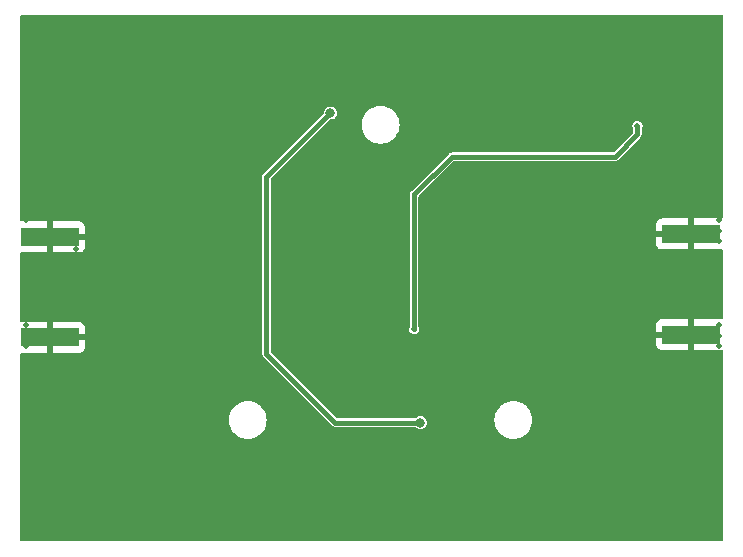
<source format=gbl>
%TF.GenerationSoftware,KiCad,Pcbnew,(6.0.1)*%
%TF.CreationDate,2022-03-22T15:32:48+01:00*%
%TF.ProjectId,HMC952_TestBoard,484d4339-3532-45f5-9465-7374426f6172,rev?*%
%TF.SameCoordinates,Original*%
%TF.FileFunction,Copper,L2,Bot*%
%TF.FilePolarity,Positive*%
%FSLAX46Y46*%
G04 Gerber Fmt 4.6, Leading zero omitted, Abs format (unit mm)*
G04 Created by KiCad (PCBNEW (6.0.1)) date 2022-03-22 15:32:48*
%MOMM*%
%LPD*%
G01*
G04 APERTURE LIST*
%TA.AperFunction,SMDPad,CuDef*%
%ADD10R,4.900000X1.600000*%
%TD*%
%TA.AperFunction,ViaPad*%
%ADD11C,0.508000*%
%TD*%
%TA.AperFunction,ViaPad*%
%ADD12C,0.800000*%
%TD*%
%TA.AperFunction,Conductor*%
%ADD13C,0.400000*%
%TD*%
G04 APERTURE END LIST*
D10*
%TO.P,J2,S3*%
%TO.N,GND*%
X163050000Y-97260000D03*
%TO.P,J2,S4*%
X163050000Y-88740000D03*
%TD*%
%TO.P,J1,S3*%
%TO.N,GND*%
X108767500Y-88990000D03*
%TO.P,J1,S4*%
X108767500Y-97510000D03*
%TD*%
D11*
%TO.N,GND*%
X111000000Y-110000000D03*
X138211000Y-93029000D03*
X126000000Y-80000000D03*
X106762000Y-111571000D03*
X162515000Y-94426000D03*
X112858000Y-92140000D03*
X110318000Y-114238000D03*
X120859000Y-94426000D03*
X106762000Y-84012000D03*
X151974000Y-94045000D03*
X149307000Y-94045000D03*
X146000000Y-85000000D03*
X165436000Y-109793000D03*
X155656972Y-114234671D03*
X126000000Y-75000000D03*
X156000000Y-85000000D03*
X134321000Y-114238000D03*
X165436000Y-78678000D03*
X165436000Y-103570000D03*
X120974323Y-70672489D03*
X157308000Y-94045000D03*
X129749000Y-92140000D03*
X155530000Y-94045000D03*
X119208000Y-114238000D03*
X143973000Y-94045000D03*
X106762000Y-102681000D03*
X165436000Y-81345000D03*
X147644323Y-70672489D03*
X146755351Y-70675818D03*
X152989972Y-114234671D03*
X106762000Y-76900000D03*
X117303000Y-92140000D03*
X164293000Y-94426000D03*
X113862351Y-70675818D03*
X156545972Y-114234671D03*
X144862000Y-94045000D03*
X131527000Y-94426000D03*
X156000000Y-90000000D03*
X135036000Y-87695000D03*
X107651000Y-114238000D03*
X123652972Y-114234671D03*
X116529351Y-70675818D03*
X165436000Y-113349000D03*
X138846000Y-99252000D03*
X165432671Y-88457028D03*
X137865351Y-70675818D03*
X112973351Y-70675818D03*
X146000000Y-90000000D03*
X144088351Y-70675818D03*
X112858000Y-94426000D03*
X145751000Y-92013000D03*
X129749000Y-94426000D03*
X115974623Y-104974623D03*
X165432671Y-71566028D03*
X106758671Y-94680028D03*
X150322972Y-114234671D03*
X121748000Y-94426000D03*
X106758671Y-92013028D03*
X121000000Y-85000000D03*
X144989000Y-114238000D03*
X122637000Y-94426000D03*
X128860000Y-94426000D03*
X121748000Y-92140000D03*
X118192000Y-94426000D03*
X126319972Y-114234671D03*
X165432671Y-100014028D03*
X151085000Y-94045000D03*
X131653972Y-114234671D03*
X106758671Y-72455028D03*
X106762000Y-75122000D03*
X106762000Y-74233000D03*
X127208972Y-114234671D03*
X143084000Y-92013000D03*
X153867323Y-70672489D03*
X157308000Y-92013000D03*
X115640351Y-70675818D03*
X121000000Y-90000000D03*
X106762000Y-79567000D03*
X123526000Y-94426000D03*
X150311323Y-70672489D03*
X164293000Y-91632000D03*
X111000000Y-90000000D03*
X165436000Y-104459000D03*
X126193000Y-92140000D03*
X137703000Y-93537000D03*
X139655000Y-114238000D03*
X136087351Y-70675818D03*
X142195000Y-92013000D03*
X127197323Y-70672489D03*
X120985972Y-114234671D03*
X165436000Y-108015000D03*
X106762000Y-100903000D03*
X106758671Y-71566028D03*
X146640000Y-94045000D03*
X152863000Y-94045000D03*
X126000000Y-90000000D03*
X159848000Y-91632000D03*
X109417351Y-70675818D03*
X144100000Y-114238000D03*
X158197000Y-94045000D03*
X123641323Y-70672489D03*
X137068000Y-94172000D03*
X135798000Y-91886000D03*
X138754351Y-70675818D03*
X165432671Y-73344028D03*
X152863000Y-92013000D03*
X165436000Y-85790000D03*
X119196351Y-70675818D03*
X114636000Y-92140000D03*
X136433000Y-93537000D03*
X111000000Y-80000000D03*
X118319000Y-114238000D03*
X133431972Y-114234671D03*
X160090323Y-70672489D03*
X113874000Y-114238000D03*
X165436000Y-74233000D03*
X106762000Y-110682000D03*
X106762000Y-83123000D03*
X119970000Y-92140000D03*
X165436000Y-108904000D03*
X116414000Y-94426000D03*
X156534323Y-70672489D03*
X131734000Y-101538000D03*
X120859000Y-92140000D03*
X122752323Y-70672489D03*
X151000000Y-110000000D03*
X146640000Y-92013000D03*
X142195000Y-94045000D03*
X139643351Y-70675818D03*
X127971000Y-94426000D03*
X132542972Y-114234671D03*
X111080000Y-91759000D03*
X141433000Y-114238000D03*
X106762000Y-84901000D03*
X165430987Y-114232987D03*
X111000000Y-100000000D03*
X106758671Y-88457028D03*
X106762000Y-108015000D03*
X158197000Y-92013000D03*
X134782000Y-86044000D03*
X146000000Y-100000000D03*
X147655972Y-114234671D03*
X151200323Y-70672489D03*
X134782000Y-81980000D03*
X146767000Y-114238000D03*
X162763987Y-114232987D03*
X163641338Y-70670805D03*
X106758671Y-70677028D03*
X132496000Y-98490000D03*
X156000000Y-110000000D03*
X165432671Y-95569028D03*
X165182000Y-91632000D03*
X134655000Y-83758000D03*
X123526000Y-92140000D03*
X160101972Y-114234671D03*
X148544972Y-114234671D03*
X164541987Y-114232987D03*
X165436000Y-86679000D03*
X121000000Y-100000000D03*
X115974623Y-74974623D03*
X117430000Y-114238000D03*
X132416000Y-94426000D03*
X146000000Y-110000000D03*
X106758671Y-89346028D03*
X131000000Y-90000000D03*
X106758671Y-98236028D03*
X126000000Y-100000000D03*
X135198351Y-70675818D03*
X165436000Y-105348000D03*
X112096000Y-114238000D03*
X121000000Y-105000000D03*
X130638000Y-94426000D03*
X110191000Y-91759000D03*
X117303000Y-94426000D03*
X119081000Y-92140000D03*
X158323972Y-114234671D03*
X159848000Y-94426000D03*
X160985987Y-114232987D03*
X111969000Y-91759000D03*
X145878000Y-114238000D03*
X152978323Y-70672489D03*
X165436000Y-102681000D03*
X156000000Y-80000000D03*
X138211000Y-94172000D03*
X125430972Y-114234671D03*
X109429000Y-114238000D03*
X165436000Y-83123000D03*
X163652987Y-114232987D03*
X115652000Y-114238000D03*
X145866351Y-70675818D03*
X114636000Y-94426000D03*
X143199351Y-70675818D03*
X143084000Y-94045000D03*
X142322000Y-114238000D03*
X161626000Y-94426000D03*
X106762000Y-105348000D03*
X118192000Y-92140000D03*
X106762000Y-106237000D03*
X107639351Y-70675818D03*
X153878972Y-114234671D03*
X136000000Y-110000000D03*
X132531323Y-70672489D03*
X153752000Y-94045000D03*
X159201323Y-70672489D03*
X151000000Y-90000000D03*
X148418000Y-92013000D03*
X165436000Y-84012000D03*
X131527000Y-92140000D03*
X128086323Y-70672489D03*
X165432671Y-89346028D03*
X131642323Y-70672489D03*
X146000000Y-75000000D03*
X131000000Y-110000000D03*
X131000000Y-85000000D03*
X165436000Y-82234000D03*
X106762000Y-81345000D03*
X125304000Y-94426000D03*
X131000000Y-105000000D03*
X126000000Y-85000000D03*
X121000000Y-75000000D03*
X165436000Y-79567000D03*
X151085000Y-92013000D03*
X147529000Y-92013000D03*
X106762000Y-112460000D03*
X165436000Y-107126000D03*
X122637000Y-92140000D03*
X165419338Y-70670805D03*
X133420323Y-70672489D03*
X106762000Y-104459000D03*
X138211000Y-91886000D03*
X133305000Y-92140000D03*
X145751000Y-94045000D03*
X128986972Y-114234671D03*
X153752000Y-92013000D03*
X142310351Y-70675818D03*
X115974623Y-84974623D03*
X125304000Y-92140000D03*
X151000000Y-80000000D03*
X165432671Y-90235028D03*
X146000000Y-80000000D03*
X111207000Y-114238000D03*
X149422323Y-70672489D03*
X135925000Y-87695000D03*
X119081000Y-94426000D03*
X124530323Y-70672489D03*
X106758671Y-96458028D03*
X111195351Y-70675818D03*
X135210000Y-114238000D03*
X121863323Y-70672489D03*
X137877000Y-114238000D03*
X138592000Y-98236000D03*
X114751351Y-70675818D03*
X150196000Y-94045000D03*
X137703000Y-92394000D03*
X165436000Y-75122000D03*
X128975323Y-70672489D03*
X120097000Y-114238000D03*
X165182000Y-94426000D03*
X112985000Y-114238000D03*
X161000000Y-85000000D03*
X137322000Y-97474000D03*
X134309351Y-70675818D03*
X135798000Y-93029000D03*
X135798000Y-94172000D03*
X115974623Y-109974623D03*
X113747000Y-92140000D03*
X165436000Y-110682000D03*
X110306351Y-70675818D03*
X111000000Y-85000000D03*
X130753323Y-70672489D03*
X115974623Y-89974623D03*
X141421351Y-70675818D03*
X154767972Y-114234671D03*
X140544000Y-91632000D03*
X120085351Y-70675818D03*
X106762000Y-85790000D03*
X131000000Y-75000000D03*
X117418351Y-70675818D03*
X108528351Y-70675818D03*
X161874987Y-114232987D03*
X147529000Y-94045000D03*
X156419000Y-94045000D03*
X106762000Y-86679000D03*
X106758671Y-87568028D03*
X141306000Y-92013000D03*
X107524000Y-91759000D03*
X108413000Y-94680000D03*
X106762000Y-114238000D03*
X156000000Y-105000000D03*
X148533323Y-70672489D03*
X106762000Y-103570000D03*
X115974623Y-79974623D03*
X143973000Y-92013000D03*
X124415000Y-94426000D03*
X106758671Y-100014028D03*
X106758671Y-99125028D03*
X113747000Y-94426000D03*
X149307000Y-92013000D03*
X129864323Y-70672489D03*
X163404000Y-94426000D03*
X106762000Y-77789000D03*
X155645323Y-70672489D03*
X109302000Y-94680000D03*
X165436000Y-112460000D03*
X162515000Y-91632000D03*
X161000000Y-110000000D03*
X111969000Y-94680000D03*
X141000000Y-110000000D03*
X136988000Y-114238000D03*
X119970000Y-94426000D03*
X140544000Y-114238000D03*
X126308323Y-70672489D03*
X159086000Y-92013000D03*
X165436000Y-76011000D03*
X136976351Y-70675818D03*
X127971000Y-92140000D03*
X160974338Y-70670805D03*
X106762000Y-76011000D03*
X115525000Y-94426000D03*
X106758671Y-91124028D03*
X133512000Y-97474000D03*
X165436000Y-76900000D03*
X151211972Y-114234671D03*
X151000000Y-100000000D03*
X128097972Y-114234671D03*
X132416000Y-92140000D03*
X165432671Y-96458028D03*
X106762000Y-107126000D03*
X126000000Y-110000000D03*
X154641000Y-94045000D03*
X131734000Y-100522000D03*
X136000000Y-75000000D03*
X131734000Y-99506000D03*
X138766000Y-114238000D03*
X106758671Y-97347028D03*
X115974623Y-99974623D03*
X121874972Y-114234671D03*
X143211000Y-114238000D03*
X165432671Y-98236028D03*
X106762000Y-82234000D03*
X111080000Y-94680000D03*
X161863338Y-70670805D03*
X108540000Y-114238000D03*
X106758671Y-73344028D03*
X150196000Y-92013000D03*
X116541000Y-114238000D03*
X148418000Y-94045000D03*
X163404000Y-91632000D03*
X136433000Y-92394000D03*
X140532351Y-70675818D03*
X136099000Y-114238000D03*
X162752338Y-70670805D03*
X165436000Y-100903000D03*
X165436000Y-80456000D03*
X156000000Y-100000000D03*
X114763000Y-114238000D03*
X165436000Y-77789000D03*
X151000000Y-75000000D03*
X161000000Y-105000000D03*
X157434972Y-114234671D03*
X152100972Y-114234671D03*
X157423323Y-70672489D03*
X141000000Y-75000000D03*
X151000000Y-105000000D03*
X129875972Y-114234671D03*
X106762000Y-108904000D03*
X106762000Y-101792000D03*
X111000000Y-105000000D03*
X125419323Y-70672489D03*
X106762000Y-109793000D03*
X165432671Y-97347028D03*
X111000000Y-75000000D03*
X141000000Y-105000000D03*
X164530338Y-70670805D03*
X121000000Y-110000000D03*
X128860000Y-92140000D03*
X106762000Y-113349000D03*
X126193000Y-94426000D03*
X109302000Y-91759000D03*
X154756323Y-70672489D03*
X165436000Y-84901000D03*
X158312323Y-70672489D03*
X160737000Y-94426000D03*
X144862000Y-92013000D03*
X106762000Y-78678000D03*
X159212972Y-114234671D03*
X165436000Y-101792000D03*
X130638000Y-92140000D03*
X154641000Y-92013000D03*
X165436000Y-106237000D03*
X139100000Y-101538000D03*
X140544000Y-93791000D03*
X160737000Y-91632000D03*
X155530000Y-92013000D03*
X112084351Y-70675818D03*
X144977351Y-70675818D03*
X121000000Y-80000000D03*
X108413000Y-91759000D03*
X159086000Y-94045000D03*
X118307351Y-70675818D03*
X139100000Y-100522000D03*
X130764972Y-114234671D03*
X165436000Y-111571000D03*
X165432671Y-72455028D03*
X151974000Y-92013000D03*
X165432671Y-87568028D03*
X161626000Y-91632000D03*
X141000000Y-90000000D03*
X137068000Y-91886000D03*
X124415000Y-92140000D03*
X161000000Y-100000000D03*
X151000000Y-85000000D03*
X133305000Y-94426000D03*
X141306000Y-94045000D03*
X107524000Y-94680000D03*
X122763972Y-114234671D03*
X137068000Y-93029000D03*
X161000000Y-75000000D03*
X156419000Y-92013000D03*
X106758671Y-95569028D03*
X116414000Y-92140000D03*
X156000000Y-75000000D03*
X152089323Y-70672489D03*
X110191000Y-94680000D03*
X124541972Y-114234671D03*
X149433972Y-114234671D03*
X115525000Y-92140000D03*
X165432671Y-99125028D03*
X106762000Y-80456000D03*
D12*
%TO.N,/Vd_PA*%
X132500000Y-78500000D03*
X140128000Y-104713000D03*
D11*
%TO.N,/Vref*%
X139600000Y-96800000D03*
X158500000Y-79600000D03*
%TD*%
D13*
%TO.N,/Vd_PA*%
X127082000Y-83885000D02*
X127082000Y-98871000D01*
X132924000Y-104713000D02*
X140128000Y-104713000D01*
X127082000Y-98871000D02*
X132924000Y-104713000D01*
X132500000Y-78500000D02*
X132467000Y-78500000D01*
X132467000Y-78500000D02*
X127082000Y-83885000D01*
%TO.N,/Vref*%
X156600000Y-82200000D02*
X158500000Y-80300000D01*
X142800000Y-82200000D02*
X156600000Y-82200000D01*
X139600000Y-96800000D02*
X139600000Y-85400000D01*
X158500000Y-80300000D02*
X158500000Y-79600000D01*
X139600000Y-85400000D02*
X142800000Y-82200000D01*
%TD*%
%TA.AperFunction,Conductor*%
%TO.N,GND*%
G36*
X165714721Y-70247402D02*
G01*
X165761214Y-70301058D01*
X165772600Y-70353400D01*
X165772600Y-87318903D01*
X165752598Y-87387024D01*
X165698942Y-87433517D01*
X165628668Y-87443621D01*
X165617451Y-87441485D01*
X165602352Y-87437895D01*
X165551486Y-87432369D01*
X165544672Y-87432000D01*
X163322115Y-87432000D01*
X163306876Y-87436475D01*
X163305671Y-87437865D01*
X163304000Y-87445548D01*
X163304000Y-90029884D01*
X163308475Y-90045123D01*
X163309865Y-90046328D01*
X163317548Y-90047999D01*
X165544669Y-90047999D01*
X165551490Y-90047629D01*
X165602349Y-90042105D01*
X165617455Y-90038514D01*
X165688355Y-90042217D01*
X165745998Y-90083663D01*
X165772083Y-90149694D01*
X165772600Y-90161097D01*
X165772600Y-95838903D01*
X165752598Y-95907024D01*
X165698942Y-95953517D01*
X165628668Y-95963621D01*
X165617451Y-95961485D01*
X165602352Y-95957895D01*
X165551486Y-95952369D01*
X165544672Y-95952000D01*
X163322115Y-95952000D01*
X163306876Y-95956475D01*
X163305671Y-95957865D01*
X163304000Y-95965548D01*
X163304000Y-98549884D01*
X163308475Y-98565123D01*
X163309865Y-98566328D01*
X163317548Y-98567999D01*
X165544669Y-98567999D01*
X165551490Y-98567629D01*
X165602349Y-98562105D01*
X165617455Y-98558514D01*
X165688355Y-98562217D01*
X165745998Y-98603663D01*
X165772083Y-98669694D01*
X165772600Y-98681097D01*
X165772600Y-114646600D01*
X165752598Y-114714721D01*
X165698942Y-114761214D01*
X165646600Y-114772600D01*
X106353400Y-114772600D01*
X106285279Y-114752598D01*
X106238786Y-114698942D01*
X106227400Y-114646600D01*
X106227400Y-104500000D01*
X123894551Y-104500000D01*
X123914317Y-104751148D01*
X123973127Y-104996111D01*
X123975020Y-105000682D01*
X123975021Y-105000684D01*
X124057215Y-105199117D01*
X124069534Y-105228859D01*
X124201164Y-105443659D01*
X124204376Y-105447419D01*
X124204379Y-105447424D01*
X124349256Y-105617052D01*
X124364776Y-105635224D01*
X124368538Y-105638437D01*
X124552576Y-105795621D01*
X124552581Y-105795624D01*
X124556341Y-105798836D01*
X124771141Y-105930466D01*
X124775711Y-105932359D01*
X124775715Y-105932361D01*
X124999316Y-106024979D01*
X125003889Y-106026873D01*
X125088289Y-106047135D01*
X125244039Y-106084528D01*
X125244045Y-106084529D01*
X125248852Y-106085683D01*
X125337149Y-106092632D01*
X125434661Y-106100307D01*
X125434670Y-106100307D01*
X125437118Y-106100500D01*
X125562882Y-106100500D01*
X125565330Y-106100307D01*
X125565339Y-106100307D01*
X125662851Y-106092632D01*
X125751148Y-106085683D01*
X125755955Y-106084529D01*
X125755961Y-106084528D01*
X125911711Y-106047135D01*
X125996111Y-106026873D01*
X126000684Y-106024979D01*
X126224285Y-105932361D01*
X126224289Y-105932359D01*
X126228859Y-105930466D01*
X126443659Y-105798836D01*
X126447419Y-105795624D01*
X126447424Y-105795621D01*
X126631462Y-105638437D01*
X126635224Y-105635224D01*
X126650744Y-105617052D01*
X126795621Y-105447424D01*
X126795624Y-105447419D01*
X126798836Y-105443659D01*
X126930466Y-105228859D01*
X126942786Y-105199117D01*
X127024979Y-105000684D01*
X127024980Y-105000682D01*
X127026873Y-104996111D01*
X127085683Y-104751148D01*
X127105449Y-104500000D01*
X127085683Y-104248852D01*
X127082375Y-104235070D01*
X127028028Y-104008701D01*
X127026873Y-104003889D01*
X126930466Y-103771141D01*
X126798836Y-103556341D01*
X126795624Y-103552581D01*
X126795621Y-103552576D01*
X126638437Y-103368538D01*
X126635224Y-103364776D01*
X126617052Y-103349256D01*
X126447424Y-103204379D01*
X126447419Y-103204376D01*
X126443659Y-103201164D01*
X126228859Y-103069534D01*
X126224289Y-103067641D01*
X126224285Y-103067639D01*
X126000684Y-102975021D01*
X126000682Y-102975020D01*
X125996111Y-102973127D01*
X125911711Y-102952865D01*
X125755961Y-102915472D01*
X125755955Y-102915471D01*
X125751148Y-102914317D01*
X125662851Y-102907368D01*
X125565339Y-102899693D01*
X125565330Y-102899693D01*
X125562882Y-102899500D01*
X125437118Y-102899500D01*
X125434670Y-102899693D01*
X125434661Y-102899693D01*
X125337149Y-102907368D01*
X125248852Y-102914317D01*
X125244045Y-102915471D01*
X125244039Y-102915472D01*
X125088289Y-102952865D01*
X125003889Y-102973127D01*
X124999318Y-102975020D01*
X124999316Y-102975021D01*
X124775715Y-103067639D01*
X124775711Y-103067641D01*
X124771141Y-103069534D01*
X124556341Y-103201164D01*
X124552581Y-103204376D01*
X124552576Y-103204379D01*
X124382948Y-103349256D01*
X124364776Y-103364776D01*
X124361563Y-103368538D01*
X124204379Y-103552576D01*
X124204376Y-103552581D01*
X124201164Y-103556341D01*
X124069534Y-103771141D01*
X123973127Y-104003889D01*
X123971972Y-104008701D01*
X123917626Y-104235070D01*
X123914317Y-104248852D01*
X123894551Y-104500000D01*
X106227400Y-104500000D01*
X106227400Y-98944000D01*
X106247402Y-98875879D01*
X106272483Y-98854146D01*
X126724618Y-98854146D01*
X126725842Y-98864487D01*
X126728227Y-98884642D01*
X126728540Y-98889950D01*
X126728672Y-98889939D01*
X126729100Y-98895117D01*
X126729100Y-98900318D01*
X126729954Y-98905447D01*
X126729954Y-98905450D01*
X126732012Y-98917814D01*
X126732849Y-98923693D01*
X126738426Y-98970817D01*
X126742112Y-98978493D01*
X126743510Y-98986891D01*
X126748455Y-98996055D01*
X126748455Y-98996056D01*
X126766047Y-99028660D01*
X126768735Y-99033933D01*
X126789283Y-99076725D01*
X126792623Y-99080699D01*
X126794561Y-99082637D01*
X126796043Y-99084253D01*
X126796292Y-99084715D01*
X126796263Y-99084741D01*
X126796375Y-99084868D01*
X126799298Y-99090286D01*
X126806946Y-99097356D01*
X126806947Y-99097357D01*
X126835994Y-99124207D01*
X126839561Y-99127637D01*
X132638339Y-104926415D01*
X132650672Y-104941684D01*
X132653724Y-104945038D01*
X132659375Y-104953790D01*
X132683499Y-104972808D01*
X132687466Y-104976334D01*
X132687552Y-104976233D01*
X132691515Y-104979591D01*
X132695193Y-104983269D01*
X132709627Y-104993584D01*
X132714357Y-104997135D01*
X132751638Y-105026525D01*
X132759673Y-105029347D01*
X132766599Y-105034296D01*
X132776570Y-105037278D01*
X132776574Y-105037280D01*
X132812076Y-105047897D01*
X132817692Y-105049721D01*
X132862487Y-105065452D01*
X132867659Y-105065900D01*
X132870363Y-105065900D01*
X132872595Y-105065996D01*
X132873095Y-105066146D01*
X132873093Y-105066184D01*
X132873257Y-105066194D01*
X132879158Y-105067959D01*
X132929089Y-105065997D01*
X132934035Y-105065900D01*
X139641568Y-105065900D01*
X139709689Y-105085902D01*
X139729430Y-105101811D01*
X139733667Y-105107333D01*
X139849164Y-105195957D01*
X139983664Y-105251669D01*
X140128000Y-105270671D01*
X140136188Y-105269593D01*
X140264148Y-105252747D01*
X140272336Y-105251669D01*
X140406836Y-105195957D01*
X140522333Y-105107333D01*
X140610957Y-104991835D01*
X140614506Y-104983269D01*
X140663510Y-104864962D01*
X140666669Y-104857336D01*
X140685671Y-104713000D01*
X140666669Y-104568664D01*
X140638227Y-104500000D01*
X146394551Y-104500000D01*
X146414317Y-104751148D01*
X146473127Y-104996111D01*
X146475020Y-105000682D01*
X146475021Y-105000684D01*
X146557215Y-105199117D01*
X146569534Y-105228859D01*
X146701164Y-105443659D01*
X146704376Y-105447419D01*
X146704379Y-105447424D01*
X146849256Y-105617052D01*
X146864776Y-105635224D01*
X146868538Y-105638437D01*
X147052576Y-105795621D01*
X147052581Y-105795624D01*
X147056341Y-105798836D01*
X147271141Y-105930466D01*
X147275711Y-105932359D01*
X147275715Y-105932361D01*
X147499316Y-106024979D01*
X147503889Y-106026873D01*
X147588289Y-106047135D01*
X147744039Y-106084528D01*
X147744045Y-106084529D01*
X147748852Y-106085683D01*
X147837149Y-106092632D01*
X147934661Y-106100307D01*
X147934670Y-106100307D01*
X147937118Y-106100500D01*
X148062882Y-106100500D01*
X148065330Y-106100307D01*
X148065339Y-106100307D01*
X148162851Y-106092632D01*
X148251148Y-106085683D01*
X148255955Y-106084529D01*
X148255961Y-106084528D01*
X148411711Y-106047135D01*
X148496111Y-106026873D01*
X148500684Y-106024979D01*
X148724285Y-105932361D01*
X148724289Y-105932359D01*
X148728859Y-105930466D01*
X148943659Y-105798836D01*
X148947419Y-105795624D01*
X148947424Y-105795621D01*
X149131462Y-105638437D01*
X149135224Y-105635224D01*
X149150744Y-105617052D01*
X149295621Y-105447424D01*
X149295624Y-105447419D01*
X149298836Y-105443659D01*
X149430466Y-105228859D01*
X149442786Y-105199117D01*
X149524979Y-105000684D01*
X149524980Y-105000682D01*
X149526873Y-104996111D01*
X149585683Y-104751148D01*
X149605449Y-104500000D01*
X149585683Y-104248852D01*
X149582375Y-104235070D01*
X149528028Y-104008701D01*
X149526873Y-104003889D01*
X149430466Y-103771141D01*
X149298836Y-103556341D01*
X149295624Y-103552581D01*
X149295621Y-103552576D01*
X149138437Y-103368538D01*
X149135224Y-103364776D01*
X149117052Y-103349256D01*
X148947424Y-103204379D01*
X148947419Y-103204376D01*
X148943659Y-103201164D01*
X148728859Y-103069534D01*
X148724289Y-103067641D01*
X148724285Y-103067639D01*
X148500684Y-102975021D01*
X148500682Y-102975020D01*
X148496111Y-102973127D01*
X148411711Y-102952865D01*
X148255961Y-102915472D01*
X148255955Y-102915471D01*
X148251148Y-102914317D01*
X148162851Y-102907368D01*
X148065339Y-102899693D01*
X148065330Y-102899693D01*
X148062882Y-102899500D01*
X147937118Y-102899500D01*
X147934670Y-102899693D01*
X147934661Y-102899693D01*
X147837149Y-102907368D01*
X147748852Y-102914317D01*
X147744045Y-102915471D01*
X147744039Y-102915472D01*
X147588289Y-102952865D01*
X147503889Y-102973127D01*
X147499318Y-102975020D01*
X147499316Y-102975021D01*
X147275715Y-103067639D01*
X147275711Y-103067641D01*
X147271141Y-103069534D01*
X147056341Y-103201164D01*
X147052581Y-103204376D01*
X147052576Y-103204379D01*
X146882948Y-103349256D01*
X146864776Y-103364776D01*
X146861563Y-103368538D01*
X146704379Y-103552576D01*
X146704376Y-103552581D01*
X146701164Y-103556341D01*
X146569534Y-103771141D01*
X146473127Y-104003889D01*
X146471972Y-104008701D01*
X146417626Y-104235070D01*
X146414317Y-104248852D01*
X146394551Y-104500000D01*
X140638227Y-104500000D01*
X140610957Y-104434165D01*
X140522333Y-104318667D01*
X140406836Y-104230043D01*
X140272336Y-104174331D01*
X140128000Y-104155329D01*
X140119812Y-104156407D01*
X139991850Y-104173253D01*
X139991848Y-104173254D01*
X139983664Y-104174331D01*
X139936549Y-104193847D01*
X139856793Y-104226883D01*
X139856791Y-104226884D01*
X139849165Y-104230043D01*
X139733667Y-104318667D01*
X139729854Y-104323637D01*
X139668355Y-104357220D01*
X139641568Y-104360100D01*
X133122366Y-104360100D01*
X133054245Y-104340098D01*
X133033271Y-104323195D01*
X127471805Y-98761729D01*
X127437779Y-98699417D01*
X127434900Y-98672634D01*
X127434900Y-98104669D01*
X160092001Y-98104669D01*
X160092371Y-98111490D01*
X160097895Y-98162352D01*
X160101521Y-98177604D01*
X160146676Y-98298054D01*
X160155214Y-98313649D01*
X160231715Y-98415724D01*
X160244276Y-98428285D01*
X160346351Y-98504786D01*
X160361946Y-98513324D01*
X160482394Y-98558478D01*
X160497649Y-98562105D01*
X160548514Y-98567631D01*
X160555328Y-98568000D01*
X162777885Y-98568000D01*
X162793124Y-98563525D01*
X162794329Y-98562135D01*
X162796000Y-98554452D01*
X162796000Y-97532115D01*
X162791525Y-97516876D01*
X162790135Y-97515671D01*
X162782452Y-97514000D01*
X160110116Y-97514000D01*
X160094877Y-97518475D01*
X160093672Y-97519865D01*
X160092001Y-97527548D01*
X160092001Y-98104669D01*
X127434900Y-98104669D01*
X127434900Y-96800000D01*
X139171828Y-96800000D01*
X139192784Y-96932312D01*
X139253602Y-97051673D01*
X139348327Y-97146398D01*
X139467688Y-97207216D01*
X139477477Y-97208766D01*
X139477479Y-97208767D01*
X139590207Y-97226621D01*
X139600000Y-97228172D01*
X139609793Y-97226621D01*
X139722521Y-97208767D01*
X139722523Y-97208766D01*
X139732312Y-97207216D01*
X139851673Y-97146398D01*
X139946398Y-97051673D01*
X139978900Y-96987885D01*
X160092000Y-96987885D01*
X160096475Y-97003124D01*
X160097865Y-97004329D01*
X160105548Y-97006000D01*
X162777885Y-97006000D01*
X162793124Y-97001525D01*
X162794329Y-97000135D01*
X162796000Y-96992452D01*
X162796000Y-95970116D01*
X162791525Y-95954877D01*
X162790135Y-95953672D01*
X162782452Y-95952001D01*
X160555331Y-95952001D01*
X160548510Y-95952371D01*
X160497648Y-95957895D01*
X160482396Y-95961521D01*
X160361946Y-96006676D01*
X160346351Y-96015214D01*
X160244276Y-96091715D01*
X160231715Y-96104276D01*
X160155214Y-96206351D01*
X160146676Y-96221946D01*
X160101522Y-96342394D01*
X160097895Y-96357649D01*
X160092369Y-96408514D01*
X160092000Y-96415328D01*
X160092000Y-96987885D01*
X139978900Y-96987885D01*
X140007216Y-96932312D01*
X140028172Y-96800000D01*
X140007216Y-96667688D01*
X139966633Y-96588040D01*
X139952900Y-96530837D01*
X139952900Y-89584669D01*
X160092001Y-89584669D01*
X160092371Y-89591490D01*
X160097895Y-89642352D01*
X160101521Y-89657604D01*
X160146676Y-89778054D01*
X160155214Y-89793649D01*
X160231715Y-89895724D01*
X160244276Y-89908285D01*
X160346351Y-89984786D01*
X160361946Y-89993324D01*
X160482394Y-90038478D01*
X160497649Y-90042105D01*
X160548514Y-90047631D01*
X160555328Y-90048000D01*
X162777885Y-90048000D01*
X162793124Y-90043525D01*
X162794329Y-90042135D01*
X162796000Y-90034452D01*
X162796000Y-89012115D01*
X162791525Y-88996876D01*
X162790135Y-88995671D01*
X162782452Y-88994000D01*
X160110116Y-88994000D01*
X160094877Y-88998475D01*
X160093672Y-88999865D01*
X160092001Y-89007548D01*
X160092001Y-89584669D01*
X139952900Y-89584669D01*
X139952900Y-88467885D01*
X160092000Y-88467885D01*
X160096475Y-88483124D01*
X160097865Y-88484329D01*
X160105548Y-88486000D01*
X162777885Y-88486000D01*
X162793124Y-88481525D01*
X162794329Y-88480135D01*
X162796000Y-88472452D01*
X162796000Y-87450116D01*
X162791525Y-87434877D01*
X162790135Y-87433672D01*
X162782452Y-87432001D01*
X160555331Y-87432001D01*
X160548510Y-87432371D01*
X160497648Y-87437895D01*
X160482396Y-87441521D01*
X160361946Y-87486676D01*
X160346351Y-87495214D01*
X160244276Y-87571715D01*
X160231715Y-87584276D01*
X160155214Y-87686351D01*
X160146676Y-87701946D01*
X160101522Y-87822394D01*
X160097895Y-87837649D01*
X160092369Y-87888514D01*
X160092000Y-87895328D01*
X160092000Y-88467885D01*
X139952900Y-88467885D01*
X139952900Y-85598366D01*
X139972902Y-85530245D01*
X139989805Y-85509271D01*
X142909271Y-82589805D01*
X142971583Y-82555779D01*
X142998366Y-82552900D01*
X156548917Y-82552900D01*
X156568430Y-82554977D01*
X156572968Y-82555191D01*
X156583146Y-82557382D01*
X156603467Y-82554977D01*
X156613642Y-82553773D01*
X156618950Y-82553460D01*
X156618939Y-82553328D01*
X156624117Y-82552900D01*
X156629318Y-82552900D01*
X156634447Y-82552046D01*
X156634450Y-82552046D01*
X156646814Y-82549988D01*
X156652693Y-82549151D01*
X156655759Y-82548788D01*
X156699817Y-82543574D01*
X156707493Y-82539888D01*
X156715891Y-82538490D01*
X156757660Y-82515953D01*
X156762933Y-82513265D01*
X156805725Y-82492717D01*
X156809699Y-82489377D01*
X156811637Y-82487439D01*
X156813253Y-82485957D01*
X156813715Y-82485708D01*
X156813741Y-82485737D01*
X156813868Y-82485625D01*
X156819286Y-82482702D01*
X156853208Y-82446005D01*
X156856637Y-82442439D01*
X158713415Y-80585661D01*
X158728684Y-80573328D01*
X158732038Y-80570276D01*
X158740790Y-80564625D01*
X158759808Y-80540501D01*
X158763334Y-80536534D01*
X158763233Y-80536448D01*
X158766591Y-80532485D01*
X158770269Y-80528807D01*
X158780584Y-80514373D01*
X158784135Y-80509643D01*
X158807077Y-80480541D01*
X158813525Y-80472362D01*
X158816347Y-80464327D01*
X158821296Y-80457401D01*
X158824278Y-80447430D01*
X158824280Y-80447426D01*
X158834897Y-80411924D01*
X158836721Y-80406308D01*
X158852452Y-80361513D01*
X158852900Y-80356341D01*
X158852900Y-80353637D01*
X158852996Y-80351405D01*
X158853146Y-80350905D01*
X158853184Y-80350907D01*
X158853194Y-80350743D01*
X158854959Y-80344842D01*
X158852997Y-80294911D01*
X158852900Y-80289965D01*
X158852900Y-79869163D01*
X158866633Y-79811960D01*
X158897618Y-79751148D01*
X158907216Y-79732312D01*
X158928172Y-79600000D01*
X158907216Y-79467688D01*
X158846398Y-79348327D01*
X158751673Y-79253602D01*
X158632312Y-79192784D01*
X158622523Y-79191234D01*
X158622521Y-79191233D01*
X158509793Y-79173379D01*
X158500000Y-79171828D01*
X158490207Y-79173379D01*
X158377479Y-79191233D01*
X158377477Y-79191234D01*
X158367688Y-79192784D01*
X158248327Y-79253602D01*
X158153602Y-79348327D01*
X158092784Y-79467688D01*
X158071828Y-79600000D01*
X158092784Y-79732312D01*
X158102382Y-79751148D01*
X158133367Y-79811960D01*
X158147100Y-79869163D01*
X158147100Y-80101634D01*
X158127098Y-80169755D01*
X158110195Y-80190729D01*
X156490729Y-81810195D01*
X156428417Y-81844221D01*
X156401634Y-81847100D01*
X142851083Y-81847100D01*
X142831575Y-81845024D01*
X142827035Y-81844810D01*
X142816854Y-81842618D01*
X142794289Y-81845289D01*
X142786358Y-81846227D01*
X142781049Y-81846540D01*
X142781060Y-81846672D01*
X142775883Y-81847100D01*
X142770682Y-81847100D01*
X142758314Y-81849159D01*
X142753182Y-81850013D01*
X142747300Y-81850850D01*
X142710523Y-81855202D01*
X142710522Y-81855202D01*
X142700182Y-81856426D01*
X142692505Y-81860112D01*
X142684109Y-81861510D01*
X142674949Y-81866452D01*
X142674944Y-81866454D01*
X142642342Y-81884045D01*
X142637054Y-81886740D01*
X142601417Y-81903853D01*
X142601415Y-81903854D01*
X142594275Y-81907283D01*
X142590301Y-81910623D01*
X142588365Y-81912559D01*
X142586747Y-81914043D01*
X142586285Y-81914292D01*
X142586259Y-81914263D01*
X142586132Y-81914375D01*
X142580714Y-81917298D01*
X142573644Y-81924946D01*
X142573643Y-81924947D01*
X142546793Y-81953994D01*
X142543363Y-81957561D01*
X139386585Y-85114339D01*
X139371316Y-85126672D01*
X139367962Y-85129724D01*
X139359210Y-85135375D01*
X139340192Y-85159499D01*
X139336666Y-85163466D01*
X139336767Y-85163552D01*
X139333409Y-85167515D01*
X139329731Y-85171193D01*
X139319416Y-85185627D01*
X139315865Y-85190357D01*
X139286475Y-85227638D01*
X139283653Y-85235673D01*
X139278704Y-85242599D01*
X139275722Y-85252570D01*
X139275720Y-85252574D01*
X139265103Y-85288076D01*
X139263279Y-85293692D01*
X139247548Y-85338487D01*
X139247100Y-85343659D01*
X139247100Y-85346363D01*
X139247004Y-85348595D01*
X139246854Y-85349095D01*
X139246816Y-85349093D01*
X139246806Y-85349257D01*
X139245041Y-85355158D01*
X139245450Y-85365562D01*
X139247003Y-85405088D01*
X139247100Y-85410035D01*
X139247100Y-96530837D01*
X139233367Y-96588040D01*
X139192784Y-96667688D01*
X139171828Y-96800000D01*
X127434900Y-96800000D01*
X127434900Y-84083366D01*
X127454902Y-84015245D01*
X127471805Y-83994271D01*
X131966076Y-79500000D01*
X135144551Y-79500000D01*
X135164317Y-79751148D01*
X135165471Y-79755955D01*
X135165472Y-79755961D01*
X135185387Y-79838912D01*
X135223127Y-79996111D01*
X135225020Y-80000682D01*
X135225021Y-80000684D01*
X135288454Y-80153824D01*
X135319534Y-80228859D01*
X135451164Y-80443659D01*
X135454376Y-80447419D01*
X135454379Y-80447424D01*
X135547494Y-80556447D01*
X135614776Y-80635224D01*
X135618538Y-80638437D01*
X135802576Y-80795621D01*
X135802581Y-80795624D01*
X135806341Y-80798836D01*
X136021141Y-80930466D01*
X136025711Y-80932359D01*
X136025715Y-80932361D01*
X136249316Y-81024979D01*
X136253889Y-81026873D01*
X136338289Y-81047135D01*
X136494039Y-81084528D01*
X136494045Y-81084529D01*
X136498852Y-81085683D01*
X136587149Y-81092632D01*
X136684661Y-81100307D01*
X136684670Y-81100307D01*
X136687118Y-81100500D01*
X136812882Y-81100500D01*
X136815330Y-81100307D01*
X136815339Y-81100307D01*
X136912851Y-81092632D01*
X137001148Y-81085683D01*
X137005955Y-81084529D01*
X137005961Y-81084528D01*
X137161711Y-81047135D01*
X137246111Y-81026873D01*
X137250684Y-81024979D01*
X137474285Y-80932361D01*
X137474289Y-80932359D01*
X137478859Y-80930466D01*
X137693659Y-80798836D01*
X137697419Y-80795624D01*
X137697424Y-80795621D01*
X137881462Y-80638437D01*
X137885224Y-80635224D01*
X137952506Y-80556447D01*
X138045621Y-80447424D01*
X138045624Y-80447419D01*
X138048836Y-80443659D01*
X138180466Y-80228859D01*
X138211547Y-80153824D01*
X138274979Y-80000684D01*
X138274980Y-80000682D01*
X138276873Y-79996111D01*
X138314613Y-79838912D01*
X138334528Y-79755961D01*
X138334529Y-79755955D01*
X138335683Y-79751148D01*
X138355449Y-79500000D01*
X138335683Y-79248852D01*
X138322223Y-79192784D01*
X138289174Y-79055126D01*
X138276873Y-79003889D01*
X138268203Y-78982957D01*
X138182361Y-78775715D01*
X138182359Y-78775711D01*
X138180466Y-78771141D01*
X138048836Y-78556341D01*
X138045624Y-78552581D01*
X138045621Y-78552576D01*
X137888437Y-78368538D01*
X137885224Y-78364776D01*
X137865626Y-78348038D01*
X137697424Y-78204379D01*
X137697419Y-78204376D01*
X137693659Y-78201164D01*
X137478859Y-78069534D01*
X137474289Y-78067641D01*
X137474285Y-78067639D01*
X137250684Y-77975021D01*
X137250682Y-77975020D01*
X137246111Y-77973127D01*
X137161711Y-77952865D01*
X137005961Y-77915472D01*
X137005955Y-77915471D01*
X137001148Y-77914317D01*
X136912851Y-77907368D01*
X136815339Y-77899693D01*
X136815330Y-77899693D01*
X136812882Y-77899500D01*
X136687118Y-77899500D01*
X136684670Y-77899693D01*
X136684661Y-77899693D01*
X136587149Y-77907368D01*
X136498852Y-77914317D01*
X136494045Y-77915471D01*
X136494039Y-77915472D01*
X136338289Y-77952865D01*
X136253889Y-77973127D01*
X136249318Y-77975020D01*
X136249316Y-77975021D01*
X136025715Y-78067639D01*
X136025711Y-78067641D01*
X136021141Y-78069534D01*
X135806341Y-78201164D01*
X135802581Y-78204376D01*
X135802576Y-78204379D01*
X135634374Y-78348038D01*
X135614776Y-78364776D01*
X135611563Y-78368538D01*
X135454379Y-78552576D01*
X135454376Y-78552581D01*
X135451164Y-78556341D01*
X135319534Y-78771141D01*
X135317641Y-78775711D01*
X135317639Y-78775715D01*
X135231797Y-78982957D01*
X135223127Y-79003889D01*
X135210826Y-79055126D01*
X135177778Y-79192784D01*
X135164317Y-79248852D01*
X135144551Y-79500000D01*
X131966076Y-79500000D01*
X132375123Y-79090953D01*
X132437435Y-79056927D01*
X132480661Y-79055126D01*
X132491806Y-79056593D01*
X132491812Y-79056593D01*
X132500000Y-79057671D01*
X132508188Y-79056593D01*
X132636148Y-79039747D01*
X132644336Y-79038669D01*
X132778836Y-78982957D01*
X132894333Y-78894333D01*
X132982957Y-78778835D01*
X133038669Y-78644336D01*
X133049699Y-78560558D01*
X133056593Y-78508188D01*
X133057671Y-78500000D01*
X133038669Y-78355664D01*
X132982957Y-78221165D01*
X132894333Y-78105667D01*
X132778836Y-78017043D01*
X132644336Y-77961331D01*
X132500000Y-77942329D01*
X132491812Y-77943407D01*
X132363850Y-77960253D01*
X132363848Y-77960254D01*
X132355664Y-77961331D01*
X132329975Y-77971972D01*
X132228793Y-78013883D01*
X132228791Y-78013884D01*
X132221165Y-78017043D01*
X132105667Y-78105667D01*
X132017043Y-78221165D01*
X131961331Y-78355664D01*
X131960254Y-78363848D01*
X131960253Y-78363850D01*
X131944031Y-78487071D01*
X131915309Y-78551998D01*
X131908204Y-78559720D01*
X126868585Y-83599339D01*
X126853316Y-83611672D01*
X126849962Y-83614724D01*
X126841210Y-83620375D01*
X126822192Y-83644499D01*
X126818666Y-83648466D01*
X126818767Y-83648552D01*
X126815409Y-83652515D01*
X126811731Y-83656193D01*
X126801416Y-83670627D01*
X126797865Y-83675357D01*
X126768475Y-83712638D01*
X126765653Y-83720673D01*
X126760704Y-83727599D01*
X126757722Y-83737570D01*
X126757720Y-83737574D01*
X126747103Y-83773076D01*
X126745279Y-83778692D01*
X126729548Y-83823487D01*
X126729100Y-83828659D01*
X126729100Y-83831363D01*
X126729004Y-83833595D01*
X126728854Y-83834095D01*
X126728816Y-83834093D01*
X126728806Y-83834257D01*
X126727041Y-83840158D01*
X126727450Y-83850562D01*
X126729003Y-83890088D01*
X126729100Y-83895035D01*
X126729100Y-98819917D01*
X126727023Y-98839430D01*
X126726809Y-98843968D01*
X126724618Y-98854146D01*
X106272483Y-98854146D01*
X106301058Y-98829386D01*
X106353400Y-98818000D01*
X108495385Y-98818000D01*
X108510624Y-98813525D01*
X108511829Y-98812135D01*
X108513500Y-98804452D01*
X108513500Y-98799884D01*
X109021500Y-98799884D01*
X109025975Y-98815123D01*
X109027365Y-98816328D01*
X109035048Y-98817999D01*
X111262169Y-98817999D01*
X111268990Y-98817629D01*
X111319852Y-98812105D01*
X111335104Y-98808479D01*
X111455554Y-98763324D01*
X111471149Y-98754786D01*
X111573224Y-98678285D01*
X111585785Y-98665724D01*
X111662286Y-98563649D01*
X111670824Y-98548054D01*
X111715978Y-98427606D01*
X111719605Y-98412351D01*
X111725131Y-98361486D01*
X111725500Y-98354672D01*
X111725500Y-97782115D01*
X111721025Y-97766876D01*
X111719635Y-97765671D01*
X111711952Y-97764000D01*
X109039615Y-97764000D01*
X109024376Y-97768475D01*
X109023171Y-97769865D01*
X109021500Y-97777548D01*
X109021500Y-98799884D01*
X108513500Y-98799884D01*
X108513500Y-97237885D01*
X109021500Y-97237885D01*
X109025975Y-97253124D01*
X109027365Y-97254329D01*
X109035048Y-97256000D01*
X111707384Y-97256000D01*
X111722623Y-97251525D01*
X111723828Y-97250135D01*
X111725499Y-97242452D01*
X111725499Y-96665331D01*
X111725129Y-96658510D01*
X111719605Y-96607648D01*
X111715979Y-96592396D01*
X111670824Y-96471946D01*
X111662286Y-96456351D01*
X111585785Y-96354276D01*
X111573224Y-96341715D01*
X111471149Y-96265214D01*
X111455554Y-96256676D01*
X111335106Y-96211522D01*
X111319851Y-96207895D01*
X111268986Y-96202369D01*
X111262172Y-96202000D01*
X109039615Y-96202000D01*
X109024376Y-96206475D01*
X109023171Y-96207865D01*
X109021500Y-96215548D01*
X109021500Y-97237885D01*
X108513500Y-97237885D01*
X108513500Y-96220116D01*
X108509025Y-96204877D01*
X108507635Y-96203672D01*
X108499952Y-96202001D01*
X106353400Y-96202001D01*
X106285279Y-96181999D01*
X106238786Y-96128343D01*
X106227400Y-96076001D01*
X106227400Y-90424000D01*
X106247402Y-90355879D01*
X106301058Y-90309386D01*
X106353400Y-90298000D01*
X108495385Y-90298000D01*
X108510624Y-90293525D01*
X108511829Y-90292135D01*
X108513500Y-90284452D01*
X108513500Y-90279884D01*
X109021500Y-90279884D01*
X109025975Y-90295123D01*
X109027365Y-90296328D01*
X109035048Y-90297999D01*
X111262169Y-90297999D01*
X111268990Y-90297629D01*
X111319852Y-90292105D01*
X111335104Y-90288479D01*
X111455554Y-90243324D01*
X111471149Y-90234786D01*
X111573224Y-90158285D01*
X111585785Y-90145724D01*
X111662286Y-90043649D01*
X111670824Y-90028054D01*
X111715978Y-89907606D01*
X111719605Y-89892351D01*
X111725131Y-89841486D01*
X111725500Y-89834672D01*
X111725500Y-89262115D01*
X111721025Y-89246876D01*
X111719635Y-89245671D01*
X111711952Y-89244000D01*
X109039615Y-89244000D01*
X109024376Y-89248475D01*
X109023171Y-89249865D01*
X109021500Y-89257548D01*
X109021500Y-90279884D01*
X108513500Y-90279884D01*
X108513500Y-88717885D01*
X109021500Y-88717885D01*
X109025975Y-88733124D01*
X109027365Y-88734329D01*
X109035048Y-88736000D01*
X111707384Y-88736000D01*
X111722623Y-88731525D01*
X111723828Y-88730135D01*
X111725499Y-88722452D01*
X111725499Y-88145331D01*
X111725129Y-88138510D01*
X111719605Y-88087648D01*
X111715979Y-88072396D01*
X111670824Y-87951946D01*
X111662286Y-87936351D01*
X111585785Y-87834276D01*
X111573224Y-87821715D01*
X111471149Y-87745214D01*
X111455554Y-87736676D01*
X111335106Y-87691522D01*
X111319851Y-87687895D01*
X111268986Y-87682369D01*
X111262172Y-87682000D01*
X109039615Y-87682000D01*
X109024376Y-87686475D01*
X109023171Y-87687865D01*
X109021500Y-87695548D01*
X109021500Y-88717885D01*
X108513500Y-88717885D01*
X108513500Y-87700116D01*
X108509025Y-87684877D01*
X108507635Y-87683672D01*
X108499952Y-87682001D01*
X106353400Y-87682001D01*
X106285279Y-87661999D01*
X106238786Y-87608343D01*
X106227400Y-87556001D01*
X106227400Y-70353400D01*
X106247402Y-70285279D01*
X106301058Y-70238786D01*
X106353400Y-70227400D01*
X165646600Y-70227400D01*
X165714721Y-70247402D01*
G37*
%TD.AperFunction*%
%TD*%
M02*

</source>
